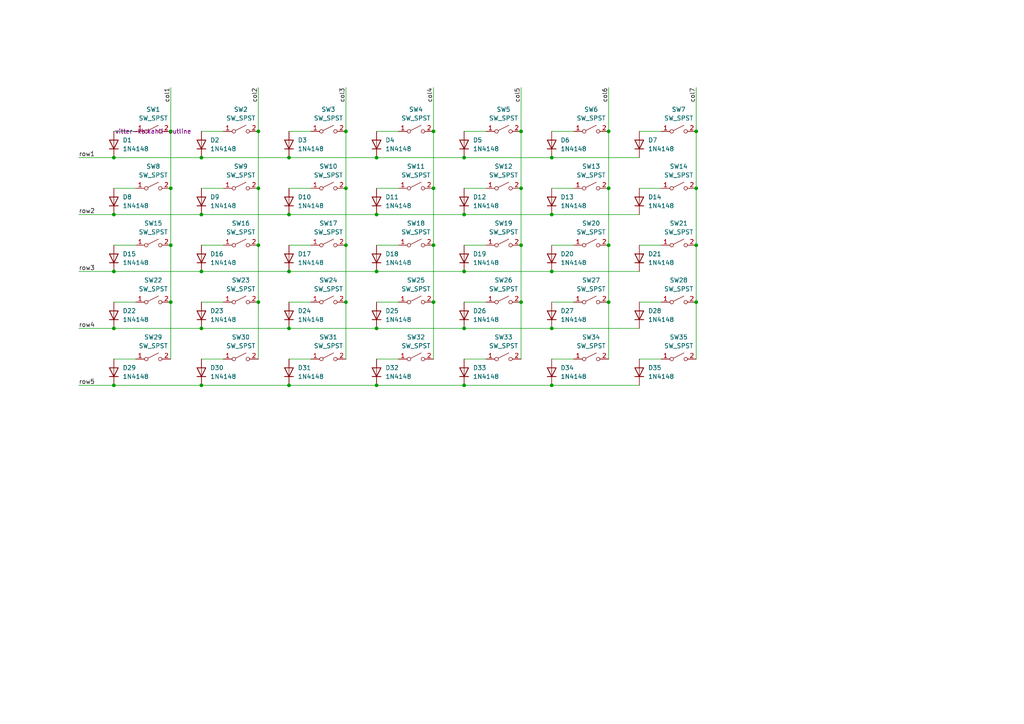
<source format=kicad_sch>
(kicad_sch (version 20231120) (generator "eeschema") (generator_version "8.0")
  (paper "A4")
  (lib_symbols
    (symbol "Diode:1N4148" (pin_numbers hide) (pin_names hide)
      (property "Reference" "D" (at 0 2.54 0))
      (property "Value" "1N4148" (at 0 -2.54 0))
      (symbol "1N4148_0_1"
        (polyline (pts (xy -1.27 1.27) (xy -1.27 -1.27)) (stroke (width 0.254)))
        (polyline (pts (xy 1.27 0) (xy -1.27 0)))
        (polyline (pts (xy 1.27 1.27) (xy 1.27 -1.27) (xy -1.27 0) (xy 1.27 1.27)) (stroke (width 0.254)))
      )
      (symbol "1N4148_1_1"
        (pin passive line (at -3.81 0 0) (length 2.54) (name "K") (number "1"))
        (pin passive line (at 3.81 0 180) (length 2.54) (name "A") (number "2"))
      )
    )
    (symbol "Switch:SW_SPST" (pin_names (offset 0) hide)
      (property "Reference" "SW" (at 0 3.175 0))
      (property "Value" "SW_SPST" (at 0 -2.54 0))
      (symbol "SW_SPST_0_0"
        (circle (center -2.032 0) (radius 0.508))
        (polyline (pts (xy -1.524 0.254) (xy 1.524 1.778)))
        (circle (center 2.032 0) (radius 0.508))
      )
      (symbol "SW_SPST_1_1"
        (pin passive line (at -5.08 0 0) (length 2.54) (name "A") (number "1"))
        (pin passive line (at 5.08 0 180) (length 2.54) (name "B") (number "2"))
      )
    )
  )
  (junction (at 125.73 71.12))
  (junction (at 134.62 111.76))
  (junction (at 125.73 38.1))
  (junction (at 125.73 54.61))
  (junction (at 83.82 78.74))
  (junction (at 100.33 87.63))
  (junction (at 49.53 38.1))
  (junction (at 201.93 71.12))
  (junction (at 100.33 38.1))
  (junction (at 49.53 54.61))
  (junction (at 33.02 45.72))
  (junction (at 109.22 95.25))
  (junction (at 33.02 78.74))
  (junction (at 74.93 54.61))
  (junction (at 160.02 111.76))
  (junction (at 151.13 54.61))
  (junction (at 100.33 54.61))
  (junction (at 58.42 95.25))
  (junction (at 134.62 78.74))
  (junction (at 83.82 95.25))
  (junction (at 176.53 71.12))
  (junction (at 109.22 111.76))
  (junction (at 201.93 38.1))
  (junction (at 201.93 87.63))
  (junction (at 109.22 62.23))
  (junction (at 151.13 71.12))
  (junction (at 49.53 87.63))
  (junction (at 125.73 87.63))
  (junction (at 160.02 62.23))
  (junction (at 33.02 111.76))
  (junction (at 100.33 71.12))
  (junction (at 151.13 38.1))
  (junction (at 74.93 71.12))
  (junction (at 83.82 111.76))
  (junction (at 134.62 62.23))
  (junction (at 160.02 95.25))
  (junction (at 176.53 87.63))
  (junction (at 58.42 62.23))
  (junction (at 176.53 54.61))
  (junction (at 49.53 71.12))
  (junction (at 160.02 78.74))
  (junction (at 58.42 78.74))
  (junction (at 74.93 87.63))
  (junction (at 33.02 95.25))
  (junction (at 151.13 87.63))
  (junction (at 109.22 45.72))
  (junction (at 83.82 62.23))
  (junction (at 33.02 62.23))
  (junction (at 58.42 45.72))
  (junction (at 58.42 111.76))
  (junction (at 134.62 45.72))
  (junction (at 201.93 54.61))
  (junction (at 176.53 38.1))
  (junction (at 134.62 95.25))
  (junction (at 83.82 45.72))
  (junction (at 74.93 38.1))
  (junction (at 109.22 78.74))
  (junction (at 160.02 45.72))
  (wire (pts (xy 83.82 78.74) (xy 109.22 78.74)))
  (wire (pts (xy 58.42 54.61) (xy 64.77 54.61)))
  (wire (pts (xy 100.33 87.63) (xy 100.33 104.14)))
  (wire (pts (xy 83.82 38.1) (xy 90.17 38.1)))
  (wire (pts (xy 49.53 54.61) (xy 49.53 71.12)))
  (wire (pts (xy 33.02 95.25) (xy 58.42 95.25)))
  (wire (pts (xy 176.53 71.12) (xy 176.53 87.63)))
  (wire (pts (xy 134.62 111.76) (xy 160.02 111.76)))
  (wire (pts (xy 125.73 54.61) (xy 125.73 71.12)))
  (wire (pts (xy 134.62 104.14) (xy 140.97 104.14)))
  (wire (pts (xy 134.62 38.1) (xy 140.97 38.1)))
  (wire (pts (xy 58.42 45.72) (xy 33.02 45.72)))
  (wire (pts (xy 151.13 87.63) (xy 151.13 104.14)))
  (wire (pts (xy 58.42 78.74) (xy 83.82 78.74)))
  (wire (pts (xy 134.62 87.63) (xy 140.97 87.63)))
  (wire (pts (xy 58.42 87.63) (xy 64.77 87.63)))
  (wire (pts (xy 201.93 38.1) (xy 201.93 54.61)))
  (wire (pts (xy 109.22 87.63) (xy 115.57 87.63)))
  (wire (pts (xy 109.22 45.72) (xy 83.82 45.72)))
  (wire (pts (xy 33.02 38.1) (xy 39.37 38.1)))
  (wire (pts (xy 83.82 87.63) (xy 90.17 87.63)))
  (wire (pts (xy 33.02 78.74) (xy 58.42 78.74)))
  (wire (pts (xy 33.02 111.76) (xy 58.42 111.76)))
  (wire (pts (xy 125.73 71.12) (xy 125.73 87.63)))
  (wire (pts (xy 22.86 62.23) (xy 33.02 62.23)))
  (wire (pts (xy 109.22 104.14) (xy 115.57 104.14)))
  (wire (pts (xy 74.93 38.1) (xy 74.93 54.61)))
  (wire (pts (xy 134.62 71.12) (xy 140.97 71.12)))
  (wire (pts (xy 83.82 54.61) (xy 90.17 54.61)))
  (wire (pts (xy 134.62 45.72) (xy 109.22 45.72)))
  (wire (pts (xy 201.93 25.4) (xy 201.93 38.1)))
  (wire (pts (xy 185.42 87.63) (xy 191.77 87.63)))
  (wire (pts (xy 201.93 54.61) (xy 201.93 71.12)))
  (wire (pts (xy 185.42 54.61) (xy 191.77 54.61)))
  (wire (pts (xy 74.93 25.4) (xy 74.93 38.1)))
  (wire (pts (xy 176.53 54.61) (xy 176.53 71.12)))
  (wire (pts (xy 160.02 104.14) (xy 166.37 104.14)))
  (wire (pts (xy 100.33 38.1) (xy 100.33 54.61)))
  (wire (pts (xy 185.42 71.12) (xy 191.77 71.12)))
  (wire (pts (xy 74.93 54.61) (xy 74.93 71.12)))
  (wire (pts (xy 83.82 95.25) (xy 109.22 95.25)))
  (wire (pts (xy 160.02 54.61) (xy 166.37 54.61)))
  (wire (pts (xy 100.33 54.61) (xy 100.33 71.12)))
  (wire (pts (xy 125.73 38.1) (xy 125.73 54.61)))
  (wire (pts (xy 134.62 54.61) (xy 140.97 54.61)))
  (wire (pts (xy 22.86 111.76) (xy 33.02 111.76)))
  (wire (pts (xy 201.93 71.12) (xy 201.93 87.63)))
  (wire (pts (xy 160.02 62.23) (xy 185.42 62.23)))
  (wire (pts (xy 160.02 87.63) (xy 166.37 87.63)))
  (wire (pts (xy 49.53 87.63) (xy 49.53 104.14)))
  (wire (pts (xy 125.73 87.63) (xy 125.73 104.14)))
  (wire (pts (xy 33.02 71.12) (xy 39.37 71.12)))
  (wire (pts (xy 49.53 25.4) (xy 49.53 38.1)))
  (wire (pts (xy 109.22 62.23) (xy 134.62 62.23)))
  (wire (pts (xy 134.62 78.74) (xy 160.02 78.74)))
  (wire (pts (xy 176.53 25.4) (xy 176.53 38.1)))
  (wire (pts (xy 109.22 38.1) (xy 115.57 38.1)))
  (wire (pts (xy 109.22 71.12) (xy 115.57 71.12)))
  (wire (pts (xy 49.53 71.12) (xy 49.53 87.63)))
  (wire (pts (xy 176.53 87.63) (xy 176.53 104.14)))
  (wire (pts (xy 83.82 104.14) (xy 90.17 104.14)))
  (wire (pts (xy 191.77 38.1) (xy 185.42 38.1)))
  (wire (pts (xy 109.22 111.76) (xy 134.62 111.76)))
  (wire (pts (xy 83.82 62.23) (xy 109.22 62.23)))
  (wire (pts (xy 160.02 111.76) (xy 185.42 111.76)))
  (wire (pts (xy 33.02 62.23) (xy 58.42 62.23)))
  (wire (pts (xy 160.02 71.12) (xy 166.37 71.12)))
  (wire (pts (xy 109.22 78.74) (xy 134.62 78.74)))
  (wire (pts (xy 109.22 95.25) (xy 134.62 95.25)))
  (wire (pts (xy 160.02 78.74) (xy 185.42 78.74)))
  (wire (pts (xy 58.42 104.14) (xy 64.77 104.14)))
  (wire (pts (xy 160.02 45.72) (xy 134.62 45.72)))
  (wire (pts (xy 22.86 45.72) (xy 33.02 45.72)))
  (wire (pts (xy 33.02 54.61) (xy 39.37 54.61)))
  (wire (pts (xy 151.13 54.61) (xy 151.13 71.12)))
  (wire (pts (xy 125.73 25.4) (xy 125.73 38.1)))
  (wire (pts (xy 58.42 62.23) (xy 83.82 62.23)))
  (wire (pts (xy 49.53 38.1) (xy 49.53 54.61)))
  (wire (pts (xy 58.42 71.12) (xy 64.77 71.12)))
  (wire (pts (xy 151.13 25.4) (xy 151.13 38.1)))
  (wire (pts (xy 33.02 87.63) (xy 39.37 87.63)))
  (wire (pts (xy 83.82 45.72) (xy 58.42 45.72)))
  (wire (pts (xy 134.62 62.23) (xy 160.02 62.23)))
  (wire (pts (xy 109.22 54.61) (xy 115.57 54.61)))
  (wire (pts (xy 58.42 38.1) (xy 64.77 38.1)))
  (wire (pts (xy 151.13 71.12) (xy 151.13 87.63)))
  (wire (pts (xy 83.82 71.12) (xy 90.17 71.12)))
  (wire (pts (xy 151.13 38.1) (xy 151.13 54.61)))
  (wire (pts (xy 83.82 111.76) (xy 109.22 111.76)))
  (wire (pts (xy 160.02 95.25) (xy 185.42 95.25)))
  (wire (pts (xy 160.02 38.1) (xy 166.37 38.1)))
  (wire (pts (xy 33.02 104.14) (xy 39.37 104.14)))
  (wire (pts (xy 185.42 45.72) (xy 160.02 45.72)))
  (wire (pts (xy 185.42 104.14) (xy 191.77 104.14)))
  (wire (pts (xy 100.33 25.4) (xy 100.33 38.1)))
  (wire (pts (xy 58.42 95.25) (xy 83.82 95.25)))
  (wire (pts (xy 22.86 95.25) (xy 33.02 95.25)))
  (wire (pts (xy 134.62 95.25) (xy 160.02 95.25)))
  (wire (pts (xy 74.93 87.63) (xy 74.93 104.14)))
  (wire (pts (xy 58.42 111.76) (xy 83.82 111.76)))
  (wire (pts (xy 22.86 78.74) (xy 33.02 78.74)))
  (wire (pts (xy 176.53 38.1) (xy 176.53 54.61)))
  (wire (pts (xy 74.93 71.12) (xy 74.93 87.63)))
  (wire (pts (xy 201.93 87.63) (xy 201.93 104.14)))
  (wire (pts (xy 100.33 71.12) (xy 100.33 87.63)))
  (label "col2" (at 74.93 25.4 270))
  (label "row3" (at 22.86 78.74 0))
  (label "row4" (at 22.86 95.25 0))
  (label "row1" (at 22.86 45.72 0))
  (label "col3" (at 100.33 25.4 270))
  (label "col6" (at 176.53 25.4 270))
  (label "col1" (at 49.53 25.4 270))
  (label "row2" (at 22.86 62.23 0))
  (label "col7" (at 201.93 25.4 270))
  (label "col4" (at 125.73 25.4 270))
  (label "row5" (at 22.86 111.76 0))
  (label "col5" (at 151.13 25.4 270))
  (symbol (lib_id "Switch:SW_SPST") (at 196.85 38.1 0) (unit 1)
    (property "Reference" "SW7" (at 196.85 31.75 0))
    (property "Value" "SW_SPST" (at 196.85 34.29 0))
    (property "Footprint" "vitter-kb:kahli-outline" (effects (hide yes)))
  )
  (symbol (lib_id "Diode:1N4148") (at 134.62 58.42 90) (unit 1)
    (property "Reference" "D12" (at 137.16 57.1499 90) (effects (justify right)))
    (property "Value" "1N4148" (at 137.16 59.6899 90) (effects (justify right)))
    (property "Footprint" "vitter-kb:Diode-dual" (effects (hide yes)))
    (property "Datasheet" "https://assets.nexperia.com/documents/data-sheet/1N4148_1N4448.pdf" (effects (hide yes)))
  )
  (symbol (lib_id "Diode:1N4148") (at 134.62 107.95 90) (unit 1)
    (property "Reference" "D33" (at 137.16 106.6799 90) (effects (justify right)))
    (property "Value" "1N4148" (at 137.16 109.2199 90) (effects (justify right)))
    (property "Footprint" "vitter-kb:Diode-dual" (effects (hide yes)))
    (property "Datasheet" "https://assets.nexperia.com/documents/data-sheet/1N4148_1N4448.pdf" (effects (hide yes)))
  )
  (symbol (lib_id "Diode:1N4148") (at 109.22 58.42 90) (unit 1)
    (property "Reference" "D11" (at 111.76 57.1499 90) (effects (justify right)))
    (property "Value" "1N4148" (at 111.76 59.6899 90) (effects (justify right)))
    (property "Footprint" "vitter-kb:Diode-dual" (effects (hide yes)))
    (property "Datasheet" "https://assets.nexperia.com/documents/data-sheet/1N4148_1N4448.pdf" (effects (hide yes)))
  )
  (symbol (lib_id "Diode:1N4148") (at 33.02 91.44 90) (unit 1)
    (property "Reference" "D22" (at 35.56 90.1699 90) (effects (justify right)))
    (property "Value" "1N4148" (at 35.56 92.7099 90) (effects (justify right)))
    (property "Footprint" "vitter-kb:Diode-dual" (effects (hide yes)))
    (property "Datasheet" "https://assets.nexperia.com/documents/data-sheet/1N4148_1N4448.pdf" (effects (hide yes)))
  )
  (symbol (lib_id "Switch:SW_SPST") (at 171.45 104.14 0) (unit 1)
    (property "Reference" "SW34" (at 171.45 97.79 0))
    (property "Value" "SW_SPST" (at 171.45 100.33 0))
    (property "Footprint" "vitter-kb:kahli-outline" (effects (hide yes)))
  )
  (symbol (lib_id "Switch:SW_SPST") (at 95.25 54.61 0) (unit 1)
    (property "Reference" "SW10" (at 95.25 48.26 0))
    (property "Value" "SW_SPST" (at 95.25 50.8 0))
    (property "Footprint" "vitter-kb:kahli-outline" (effects (hide yes)))
  )
  (symbol (lib_id "Switch:SW_SPST") (at 69.85 38.1 0) (unit 1)
    (property "Reference" "SW2" (at 69.85 31.75 0))
    (property "Value" "SW_SPST" (at 69.85 34.29 0))
    (property "Footprint" "vitter-kb:kahli-outline" (effects (hide yes)))
  )
  (symbol (lib_id "Diode:1N4148") (at 160.02 107.95 90) (unit 1)
    (property "Reference" "D34" (at 162.56 106.6799 90) (effects (justify right)))
    (property "Value" "1N4148" (at 162.56 109.2199 90) (effects (justify right)))
    (property "Footprint" "vitter-kb:Diode-dual" (effects (hide yes)))
    (property "Datasheet" "https://assets.nexperia.com/documents/data-sheet/1N4148_1N4448.pdf" (effects (hide yes)))
  )
  (symbol (lib_id "Switch:SW_SPST") (at 95.25 71.12 0) (unit 1)
    (property "Reference" "SW17" (at 95.25 64.77 0))
    (property "Value" "SW_SPST" (at 95.25 67.31 0))
    (property "Footprint" "vitter-kb:kahli-outline" (effects (hide yes)))
  )
  (symbol (lib_id "Diode:1N4148") (at 185.42 74.93 90) (unit 1)
    (property "Reference" "D21" (at 187.96 73.6599 90) (effects (justify right)))
    (property "Value" "1N4148" (at 187.96 76.1999 90) (effects (justify right)))
    (property "Footprint" "vitter-kb:Diode-dual" (effects (hide yes)))
    (property "Datasheet" "https://assets.nexperia.com/documents/data-sheet/1N4148_1N4448.pdf" (effects (hide yes)))
  )
  (symbol (lib_id "Switch:SW_SPST") (at 44.45 54.61 0) (unit 1)
    (property "Reference" "SW8" (at 44.45 48.26 0))
    (property "Value" "SW_SPST" (at 44.45 50.8 0))
    (property "Footprint" "vitter-kb:kahli-outline" (effects (hide yes)))
  )
  (symbol (lib_id "Switch:SW_SPST") (at 69.85 87.63 0) (unit 1)
    (property "Reference" "SW23" (at 69.85 81.28 0))
    (property "Value" "SW_SPST" (at 69.85 83.82 0))
    (property "Footprint" "vitter-kb:kahli-outline" (effects (hide yes)))
  )
  (symbol (lib_id "Switch:SW_SPST") (at 196.85 87.63 0) (unit 1)
    (property "Reference" "SW28" (at 196.85 81.28 0))
    (property "Value" "SW_SPST" (at 196.85 83.82 0))
    (property "Footprint" "vitter-kb:kahli-outline" (effects (hide yes)))
  )
  (symbol (lib_id "Switch:SW_SPST") (at 171.45 38.1 0) (unit 1)
    (property "Reference" "SW6" (at 171.45 31.75 0))
    (property "Value" "SW_SPST" (at 171.45 34.29 0))
    (property "Footprint" "vitter-kb:kahli-outline" (effects (hide yes)))
  )
  (symbol (lib_id "Switch:SW_SPST") (at 120.65 71.12 0) (unit 1)
    (property "Reference" "SW18" (at 120.65 64.77 0))
    (property "Value" "SW_SPST" (at 120.65 67.31 0))
    (property "Footprint" "vitter-kb:kahli-outline" (effects (hide yes)))
  )
  (symbol (lib_id "Switch:SW_SPST") (at 120.65 104.14 0) (unit 1)
    (property "Reference" "SW32" (at 120.65 97.79 0))
    (property "Value" "SW_SPST" (at 120.65 100.33 0))
    (property "Footprint" "vitter-kb:kahli-outline" (effects (hide yes)))
  )
  (symbol (lib_id "Diode:1N4148") (at 33.02 74.93 90) (unit 1)
    (property "Reference" "D15" (at 35.56 73.6599 90) (effects (justify right)))
    (property "Value" "1N4148" (at 35.56 76.1999 90) (effects (justify right)))
    (property "Footprint" "vitter-kb:Diode-dual" (effects (hide yes)))
    (property "Datasheet" "https://assets.nexperia.com/documents/data-sheet/1N4148_1N4448.pdf" (effects (hide yes)))
  )
  (symbol (lib_id "Switch:SW_SPST") (at 44.45 87.63 0) (unit 1)
    (property "Reference" "SW22" (at 44.45 81.28 0))
    (property "Value" "SW_SPST" (at 44.45 83.82 0))
    (property "Footprint" "vitter-kb:kahli-outline" (effects (hide yes)))
  )
  (symbol (lib_id "Diode:1N4148") (at 83.82 107.95 90) (unit 1)
    (property "Reference" "D31" (at 86.36 106.6799 90) (effects (justify right)))
    (property "Value" "1N4148" (at 86.36 109.2199 90) (effects (justify right)))
    (property "Footprint" "vitter-kb:Diode-dual" (effects (hide yes)))
    (property "Datasheet" "https://assets.nexperia.com/documents/data-sheet/1N4148_1N4448.pdf" (effects (hide yes)))
  )
  (symbol (lib_id "Switch:SW_SPST") (at 146.05 104.14 0) (unit 1)
    (property "Reference" "SW33" (at 146.05 97.79 0))
    (property "Value" "SW_SPST" (at 146.05 100.33 0))
    (property "Footprint" "vitter-kb:kahli-outline" (effects (hide yes)))
  )
  (symbol (lib_id "Diode:1N4148") (at 83.82 91.44 90) (unit 1)
    (property "Reference" "D24" (at 86.36 90.1699 90) (effects (justify right)))
    (property "Value" "1N4148" (at 86.36 92.7099 90) (effects (justify right)))
    (property "Footprint" "vitter-kb:Diode-dual" (effects (hide yes)))
    (property "Datasheet" "https://assets.nexperia.com/documents/data-sheet/1N4148_1N4448.pdf" (effects (hide yes)))
  )
  (symbol (lib_id "Switch:SW_SPST") (at 44.45 38.1 0) (unit 1)
    (property "Reference" "SW1" (at 44.45 31.75 0))
    (property "Value" "SW_SPST" (at 44.45 34.29 0))
    (property "Footprint" "vitter-kb:kahli-outline" (at 44.45 38.1 0))
  )
  (symbol (lib_id "Switch:SW_SPST") (at 196.85 54.61 0) (unit 1)
    (property "Reference" "SW14" (at 196.85 48.26 0))
    (property "Value" "SW_SPST" (at 196.85 50.8 0))
    (property "Footprint" "vitter-kb:kahli-outline" (effects (hide yes)))
  )
  (symbol (lib_id "Diode:1N4148") (at 109.22 91.44 90) (unit 1)
    (property "Reference" "D25" (at 111.76 90.1699 90) (effects (justify right)))
    (property "Value" "1N4148" (at 111.76 92.7099 90) (effects (justify right)))
    (property "Footprint" "vitter-kb:Diode-dual" (effects (hide yes)))
    (property "Datasheet" "https://assets.nexperia.com/documents/data-sheet/1N4148_1N4448.pdf" (effects (hide yes)))
  )
  (symbol (lib_id "Switch:SW_SPST") (at 95.25 38.1 0) (unit 1)
    (property "Reference" "SW3" (at 95.25 31.75 0))
    (property "Value" "SW_SPST" (at 95.25 34.29 0))
    (property "Footprint" "vitter-kb:kahli-outline" (effects (hide yes)))
  )
  (symbol (lib_id "Switch:SW_SPST") (at 44.45 71.12 0) (unit 1)
    (property "Reference" "SW15" (at 44.45 64.77 0))
    (property "Value" "SW_SPST" (at 44.45 67.31 0))
    (property "Footprint" "vitter-kb:kahli-outline" (effects (hide yes)))
  )
  (symbol (lib_id "Diode:1N4148") (at 160.02 91.44 90) (unit 1)
    (property "Reference" "D27" (at 162.56 90.1699 90) (effects (justify right)))
    (property "Value" "1N4148" (at 162.56 92.7099 90) (effects (justify right)))
    (property "Footprint" "vitter-kb:Diode-dual" (effects (hide yes)))
    (property "Datasheet" "https://assets.nexperia.com/documents/data-sheet/1N4148_1N4448.pdf" (effects (hide yes)))
  )
  (symbol (lib_id "Diode:1N4148") (at 83.82 58.42 90) (unit 1)
    (property "Reference" "D10" (at 86.36 57.1499 90) (effects (justify right)))
    (property "Value" "1N4148" (at 86.36 59.6899 90) (effects (justify right)))
    (property "Footprint" "vitter-kb:Diode-dual" (effects (hide yes)))
    (property "Datasheet" "https://assets.nexperia.com/documents/data-sheet/1N4148_1N4448.pdf" (effects (hide yes)))
  )
  (symbol (lib_id "Diode:1N4148") (at 185.42 41.91 90) (unit 1)
    (property "Reference" "D7" (at 187.96 40.6399 90) (effects (justify right)))
    (property "Value" "1N4148" (at 187.96 43.1799 90) (effects (justify right)))
    (property "Footprint" "vitter-kb:Diode-dual" (effects (hide yes)))
    (property "Datasheet" "https://assets.nexperia.com/documents/data-sheet/1N4148_1N4448.pdf" (effects (hide yes)))
  )
  (symbol (lib_id "Switch:SW_SPST") (at 120.65 54.61 0) (unit 1)
    (property "Reference" "SW11" (at 120.65 48.26 0))
    (property "Value" "SW_SPST" (at 120.65 50.8 0))
    (property "Footprint" "vitter-kb:kahli-outline" (effects (hide yes)))
  )
  (symbol (lib_id "Switch:SW_SPST") (at 69.85 71.12 0) (unit 1)
    (property "Reference" "SW16" (at 69.85 64.77 0))
    (property "Value" "SW_SPST" (at 69.85 67.31 0))
    (property "Footprint" "vitter-kb:kahli-outline" (effects (hide yes)))
  )
  (symbol (lib_id "Diode:1N4148") (at 58.42 107.95 90) (unit 1)
    (property "Reference" "D30" (at 60.96 106.6799 90) (effects (justify right)))
    (property "Value" "1N4148" (at 60.96 109.2199 90) (effects (justify right)))
    (property "Footprint" "vitter-kb:Diode-dual" (effects (hide yes)))
    (property "Datasheet" "https://assets.nexperia.com/documents/data-sheet/1N4148_1N4448.pdf" (effects (hide yes)))
  )
  (symbol (lib_id "Switch:SW_SPST") (at 95.25 104.14 0) (unit 1)
    (property "Reference" "SW31" (at 95.25 97.79 0))
    (property "Value" "SW_SPST" (at 95.25 100.33 0))
    (property "Footprint" "vitter-kb:kahli-outline" (effects (hide yes)))
  )
  (symbol (lib_id "Switch:SW_SPST") (at 120.65 87.63 0) (unit 1)
    (property "Reference" "SW25" (at 120.65 81.28 0))
    (property "Value" "SW_SPST" (at 120.65 83.82 0))
    (property "Footprint" "vitter-kb:kahli-outline" (effects (hide yes)))
  )
  (symbol (lib_id "Diode:1N4148") (at 58.42 58.42 90) (unit 1)
    (property "Reference" "D9" (at 60.96 57.1499 90) (effects (justify right)))
    (property "Value" "1N4148" (at 60.96 59.6899 90) (effects (justify right)))
    (property "Footprint" "vitter-kb:Diode-dual" (effects (hide yes)))
    (property "Datasheet" "https://assets.nexperia.com/documents/data-sheet/1N4148_1N4448.pdf" (effects (hide yes)))
  )
  (symbol (lib_id "Switch:SW_SPST") (at 146.05 87.63 0) (unit 1)
    (property "Reference" "SW26" (at 146.05 81.28 0))
    (property "Value" "SW_SPST" (at 146.05 83.82 0))
    (property "Footprint" "vitter-kb:kahli-outline" (effects (hide yes)))
  )
  (symbol (lib_id "Diode:1N4148") (at 185.42 58.42 90) (unit 1)
    (property "Reference" "D14" (at 187.96 57.1499 90) (effects (justify right)))
    (property "Value" "1N4148" (at 187.96 59.6899 90) (effects (justify right)))
    (property "Footprint" "vitter-kb:Diode-dual" (effects (hide yes)))
    (property "Datasheet" "https://assets.nexperia.com/documents/data-sheet/1N4148_1N4448.pdf" (effects (hide yes)))
  )
  (symbol (lib_id "Diode:1N4148") (at 33.02 58.42 90) (unit 1)
    (property "Reference" "D8" (at 35.56 57.1499 90) (effects (justify right)))
    (property "Value" "1N4148" (at 35.56 59.6899 90) (effects (justify right)))
    (property "Footprint" "vitter-kb:Diode-dual" (effects (hide yes)))
    (property "Datasheet" "https://assets.nexperia.com/documents/data-sheet/1N4148_1N4448.pdf" (effects (hide yes)))
  )
  (symbol (lib_id "Diode:1N4148") (at 134.62 41.91 90) (unit 1)
    (property "Reference" "D5" (at 137.16 40.6399 90) (effects (justify right)))
    (property "Value" "1N4148" (at 137.16 43.1799 90) (effects (justify right)))
    (property "Footprint" "vitter-kb:Diode-dual" (effects (hide yes)))
    (property "Datasheet" "https://assets.nexperia.com/documents/data-sheet/1N4148_1N4448.pdf" (effects (hide yes)))
  )
  (symbol (lib_id "Diode:1N4148") (at 83.82 74.93 90) (unit 1)
    (property "Reference" "D17" (at 86.36 73.6599 90) (effects (justify right)))
    (property "Value" "1N4148" (at 86.36 76.1999 90) (effects (justify right)))
    (property "Footprint" "vitter-kb:Diode-dual" (effects (hide yes)))
    (property "Datasheet" "https://assets.nexperia.com/documents/data-sheet/1N4148_1N4448.pdf" (effects (hide yes)))
  )
  (symbol (lib_id "Diode:1N4148") (at 58.42 91.44 90) (unit 1)
    (property "Reference" "D23" (at 60.96 90.1699 90) (effects (justify right)))
    (property "Value" "1N4148" (at 60.96 92.7099 90) (effects (justify right)))
    (property "Footprint" "vitter-kb:Diode-dual" (effects (hide yes)))
    (property "Datasheet" "https://assets.nexperia.com/documents/data-sheet/1N4148_1N4448.pdf" (effects (hide yes)))
  )
  (symbol (lib_id "Switch:SW_SPST") (at 44.45 104.14 0) (unit 1)
    (property "Reference" "SW29" (at 44.45 97.79 0))
    (property "Value" "SW_SPST" (at 44.45 100.33 0))
    (property "Footprint" "vitter-kb:kahli-outline" (effects (hide yes)))
  )
  (symbol (lib_id "Switch:SW_SPST") (at 171.45 87.63 0) (unit 1)
    (property "Reference" "SW27" (at 171.45 81.28 0))
    (property "Value" "SW_SPST" (at 171.45 83.82 0))
    (property "Footprint" "vitter-kb:kahli-outline" (effects (hide yes)))
  )
  (symbol (lib_id "Diode:1N4148") (at 185.42 107.95 90) (unit 1)
    (property "Reference" "D35" (at 187.96 106.6799 90) (effects (justify right)))
    (property "Value" "1N4148" (at 187.96 109.2199 90) (effects (justify right)))
    (property "Footprint" "vitter-kb:Diode-dual" (effects (hide yes)))
    (property "Datasheet" "https://assets.nexperia.com/documents/data-sheet/1N4148_1N4448.pdf" (effects (hide yes)))
  )
  (symbol (lib_id "Diode:1N4148") (at 83.82 41.91 90) (unit 1)
    (property "Reference" "D3" (at 86.36 40.6399 90) (effects (justify right)))
    (property "Value" "1N4148" (at 86.36 43.1799 90) (effects (justify right)))
    (property "Footprint" "vitter-kb:Diode-dual" (effects (hide yes)))
    (property "Datasheet" "https://assets.nexperia.com/documents/data-sheet/1N4148_1N4448.pdf" (effects (hide yes)))
  )
  (symbol (lib_id "Switch:SW_SPST") (at 69.85 104.14 0) (unit 1)
    (property "Reference" "SW30" (at 69.85 97.79 0))
    (property "Value" "SW_SPST" (at 69.85 100.33 0))
    (property "Footprint" "vitter-kb:kahli-outline" (effects (hide yes)))
  )
  (symbol (lib_id "Diode:1N4148") (at 109.22 41.91 90) (unit 1)
    (property "Reference" "D4" (at 111.76 40.6399 90) (effects (justify right)))
    (property "Value" "1N4148" (at 111.76 43.1799 90) (effects (justify right)))
    (property "Footprint" "vitter-kb:Diode-dual" (effects (hide yes)))
    (property "Datasheet" "https://assets.nexperia.com/documents/data-sheet/1N4148_1N4448.pdf" (effects (hide yes)))
  )
  (symbol (lib_id "Diode:1N4148") (at 160.02 74.93 90) (unit 1)
    (property "Reference" "D20" (at 162.56 73.6599 90) (effects (justify right)))
    (property "Value" "1N4148" (at 162.56 76.1999 90) (effects (justify right)))
    (property "Footprint" "vitter-kb:Diode-dual" (effects (hide yes)))
    (property "Datasheet" "https://assets.nexperia.com/documents/data-sheet/1N4148_1N4448.pdf" (effects (hide yes)))
  )
  (symbol (lib_id "Switch:SW_SPST") (at 196.85 104.14 0) (unit 1)
    (property "Reference" "SW35" (at 196.85 97.79 0))
    (property "Value" "SW_SPST" (at 196.85 100.33 0))
    (property "Footprint" "vitter-kb:kahli-outline" (effects (hide yes)))
  )
  (symbol (lib_id "Diode:1N4148") (at 33.02 107.95 90) (unit 1)
    (property "Reference" "D29" (at 35.56 106.6799 90) (effects (justify right)))
    (property "Value" "1N4148" (at 35.56 109.2199 90) (effects (justify right)))
    (property "Footprint" "vitter-kb:Diode-dual" (effects (hide yes)))
    (property "Datasheet" "https://assets.nexperia.com/documents/data-sheet/1N4148_1N4448.pdf" (effects (hide yes)))
  )
  (symbol (lib_id "Switch:SW_SPST") (at 146.05 38.1 0) (unit 1)
    (property "Reference" "SW5" (at 146.05 31.75 0))
    (property "Value" "SW_SPST" (at 146.05 34.29 0))
    (property "Footprint" "vitter-kb:kahli-outline" (effects (hide yes)))
  )
  (symbol (lib_id "Switch:SW_SPST") (at 171.45 71.12 0) (unit 1)
    (property "Reference" "SW20" (at 171.45 64.77 0))
    (property "Value" "SW_SPST" (at 171.45 67.31 0))
    (property "Footprint" "vitter-kb:kahli-outline" (effects (hide yes)))
  )
  (symbol (lib_id "Diode:1N4148") (at 185.42 91.44 90) (unit 1)
    (property "Reference" "D28" (at 187.96 90.1699 90) (effects (justify right)))
    (property "Value" "1N4148" (at 187.96 92.7099 90) (effects (justify right)))
    (property "Footprint" "vitter-kb:Diode-dual" (effects (hide yes)))
    (property "Datasheet" "https://assets.nexperia.com/documents/data-sheet/1N4148_1N4448.pdf" (effects (hide yes)))
  )
  (symbol (lib_id "Switch:SW_SPST") (at 69.85 54.61 0) (unit 1)
    (property "Reference" "SW9" (at 69.85 48.26 0))
    (property "Value" "SW_SPST" (at 69.85 50.8 0))
    (property "Footprint" "vitter-kb:kahli-outline" (effects (hide yes)))
  )
  (symbol (lib_id "Diode:1N4148") (at 33.02 41.91 90) (unit 1)
    (property "Reference" "D1" (at 35.56 40.6399 90) (effects (justify right)))
    (property "Value" "1N4148" (at 35.56 43.1799 90) (effects (justify right)))
    (property "Footprint" "vitter-kb:Diode-dual" (effects (hide yes)))
    (property "Datasheet" "https://assets.nexperia.com/documents/data-sheet/1N4148_1N4448.pdf" (effects (hide yes)))
  )
  (symbol (lib_id "Diode:1N4148") (at 58.42 74.93 90) (unit 1)
    (property "Reference" "D16" (at 60.96 73.6599 90) (effects (justify right)))
    (property "Value" "1N4148" (at 60.96 76.1999 90) (effects (justify right)))
    (property "Footprint" "vitter-kb:Diode-dual" (effects (hide yes)))
    (property "Datasheet" "https://assets.nexperia.com/documents/data-sheet/1N4148_1N4448.pdf" (effects (hide yes)))
  )
  (symbol (lib_id "Diode:1N4148") (at 160.02 41.91 90) (unit 1)
    (property "Reference" "D6" (at 162.56 40.6399 90) (effects (justify right)))
    (property "Value" "1N4148" (at 162.56 43.1799 90) (effects (justify right)))
    (property "Footprint" "vitter-kb:Diode-dual" (effects (hide yes)))
    (property "Datasheet" "https://assets.nexperia.com/documents/data-sheet/1N4148_1N4448.pdf" (effects (hide yes)))
  )
  (symbol (lib_id "Switch:SW_SPST") (at 120.65 38.1 0) (unit 1)
    (property "Reference" "SW4" (at 120.65 31.75 0))
    (property "Value" "SW_SPST" (at 120.65 34.29 0))
    (property "Footprint" "vitter-kb:kahli-outline" (effects (hide yes)))
  )
  (symbol (lib_id "Diode:1N4148") (at 109.22 107.95 90) (unit 1)
    (property "Reference" "D32" (at 111.76 106.6799 90) (effects (justify right)))
    (property "Value" "1N4148" (at 111.76 109.2199 90) (effects (justify right)))
    (property "Footprint" "vitter-kb:Diode-dual" (effects (hide yes)))
    (property "Datasheet" "https://assets.nexperia.com/documents/data-sheet/1N4148_1N4448.pdf" (effects (hide yes)))
  )
  (symbol (lib_id "Diode:1N4148") (at 134.62 91.44 90) (unit 1)
    (property "Reference" "D26" (at 137.16 90.1699 90) (effects (justify right)))
    (property "Value" "1N4148" (at 137.16 92.7099 90) (effects (justify right)))
    (property "Footprint" "vitter-kb:Diode-dual" (effects (hide yes)))
    (property "Datasheet" "https://assets.nexperia.com/documents/data-sheet/1N4148_1N4448.pdf" (effects (hide yes)))
  )
  (symbol (lib_id "Switch:SW_SPST") (at 146.05 71.12 0) (unit 1)
    (property "Reference" "SW19" (at 146.05 64.77 0))
    (property "Value" "SW_SPST" (at 146.05 67.31 0))
    (property "Footprint" "vitter-kb:kahli-outline" (effects (hide yes)))
  )
  (symbol (lib_id "Diode:1N4148") (at 134.62 74.93 90) (unit 1)
    (property "Reference" "D19" (at 137.16 73.6599 90) (effects (justify right)))
    (property "Value" "1N4148" (at 137.16 76.1999 90) (effects (justify right)))
    (property "Footprint" "vitter-kb:Diode-dual" (effects (hide yes)))
    (property "Datasheet" "https://assets.nexperia.com/documents/data-sheet/1N4148_1N4448.pdf" (effects (hide yes)))
  )
  (symbol (lib_id "Switch:SW_SPST") (at 171.45 54.61 0) (unit 1)
    (property "Reference" "SW13" (at 171.45 48.26 0))
    (property "Value" "SW_SPST" (at 171.45 50.8 0))
    (property "Footprint" "vitter-kb:kahli-outline" (effects (hide yes)))
  )
  (symbol (lib_id "Switch:SW_SPST") (at 146.05 54.61 0) (unit 1)
    (property "Reference" "SW12" (at 146.05 48.26 0))
    (property "Value" "SW_SPST" (at 146.05 50.8 0))
    (property "Footprint" "vitter-kb:kahli-outline" (effects (hide yes)))
  )
  (symbol (lib_id "Diode:1N4148") (at 109.22 74.93 90) (unit 1)
    (property "Reference" "D18" (at 111.76 73.6599 90) (effects (justify right)))
    (property "Value" "1N4148" (at 111.76 76.1999 90) (effects (justify right)))
    (property "Footprint" "vitter-kb:Diode-dual" (effects (hide yes)))
    (property "Datasheet" "https://assets.nexperia.com/documents/data-sheet/1N4148_1N4448.pdf" (effects (hide yes)))
  )
  (symbol (lib_id "Switch:SW_SPST") (at 196.85 71.12 0) (unit 1)
    (property "Reference" "SW21" (at 196.85 64.77 0))
    (property "Value" "SW_SPST" (at 196.85 67.31 0))
    (property "Footprint" "vitter-kb:kahli-outline" (effects (hide yes)))
  )
  (symbol (lib_id "Diode:1N4148") (at 58.42 41.91 90) (unit 1)
    (property "Reference" "D2" (at 60.96 40.6399 90) (effects (justify right)))
    (property "Value" "1N4148" (at 60.96 43.1799 90) (effects (justify right)))
    (property "Footprint" "vitter-kb:Diode-dual" (effects (hide yes)))
    (property "Datasheet" "https://assets.nexperia.com/documents/data-sheet/1N4148_1N4448.pdf" (effects (hide yes)))
  )
  (symbol (lib_id "Diode:1N4148") (at 160.02 58.42 90) (unit 1)
    (property "Reference" "D13" (at 162.56 57.1499 90) (effects (justify right)))
    (property "Value" "1N4148" (at 162.56 59.6899 90) (effects (justify right)))
    (property "Footprint" "vitter-kb:Diode-dual" (effects (hide yes)))
    (property "Datasheet" "https://assets.nexperia.com/documents/data-sheet/1N4148_1N4448.pdf" (effects (hide yes)))
  )
  (symbol (lib_id "Switch:SW_SPST") (at 95.25 87.63 0) (unit 1)
    (property "Reference" "SW24" (at 95.25 81.28 0))
    (property "Value" "SW_SPST" (at 95.25 83.82 0))
    (property "Footprint" "vitter-kb:kahli-outline" (effects (hide yes)))
  )
)
</source>
